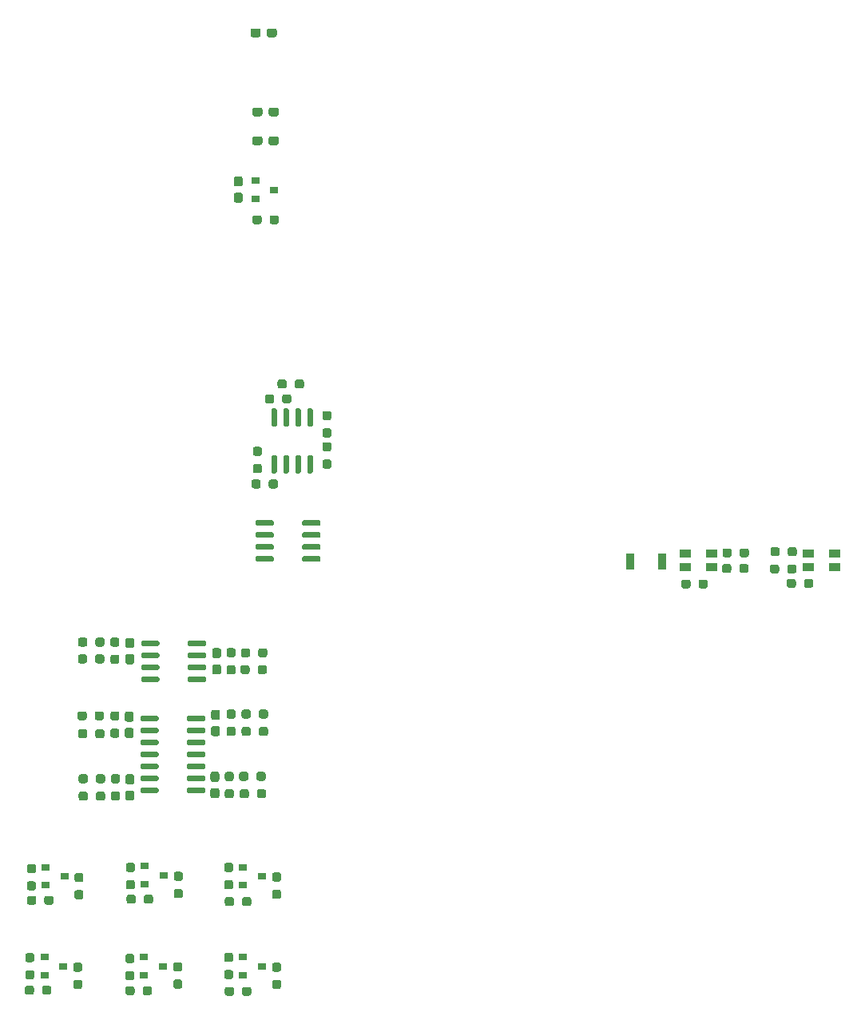
<source format=gbr>
%TF.GenerationSoftware,KiCad,Pcbnew,(5.1.6-0-10_14)*%
%TF.CreationDate,2021-03-26T18:44:24-04:00*%
%TF.ProjectId,lowstepper_hardware,6c6f7773-7465-4707-9065-725f68617264,rev?*%
%TF.SameCoordinates,Original*%
%TF.FileFunction,Paste,Top*%
%TF.FilePolarity,Positive*%
%FSLAX46Y46*%
G04 Gerber Fmt 4.6, Leading zero omitted, Abs format (unit mm)*
G04 Created by KiCad (PCBNEW (5.1.6-0-10_14)) date 2021-03-26 18:44:24*
%MOMM*%
%LPD*%
G01*
G04 APERTURE LIST*
%ADD10R,1.200000X0.900000*%
%ADD11R,0.900000X1.700000*%
%ADD12R,0.900000X0.800000*%
G04 APERTURE END LIST*
%TO.C,R49*%
G36*
G01*
X258465500Y-90344000D02*
X258465500Y-89869000D01*
G75*
G02*
X258703000Y-89631500I237500J0D01*
G01*
X259203000Y-89631500D01*
G75*
G02*
X259440500Y-89869000I0J-237500D01*
G01*
X259440500Y-90344000D01*
G75*
G02*
X259203000Y-90581500I-237500J0D01*
G01*
X258703000Y-90581500D01*
G75*
G02*
X258465500Y-90344000I0J237500D01*
G01*
G37*
G36*
G01*
X256640500Y-90344000D02*
X256640500Y-89869000D01*
G75*
G02*
X256878000Y-89631500I237500J0D01*
G01*
X257378000Y-89631500D01*
G75*
G02*
X257615500Y-89869000I0J-237500D01*
G01*
X257615500Y-90344000D01*
G75*
G02*
X257378000Y-90581500I-237500J0D01*
G01*
X256878000Y-90581500D01*
G75*
G02*
X256640500Y-90344000I0J237500D01*
G01*
G37*
%TD*%
%TO.C,R48*%
G36*
G01*
X260243500Y-91868000D02*
X260243500Y-91393000D01*
G75*
G02*
X260481000Y-91155500I237500J0D01*
G01*
X260981000Y-91155500D01*
G75*
G02*
X261218500Y-91393000I0J-237500D01*
G01*
X261218500Y-91868000D01*
G75*
G02*
X260981000Y-92105500I-237500J0D01*
G01*
X260481000Y-92105500D01*
G75*
G02*
X260243500Y-91868000I0J237500D01*
G01*
G37*
G36*
G01*
X258418500Y-91868000D02*
X258418500Y-91393000D01*
G75*
G02*
X258656000Y-91155500I237500J0D01*
G01*
X259156000Y-91155500D01*
G75*
G02*
X259393500Y-91393000I0J-237500D01*
G01*
X259393500Y-91868000D01*
G75*
G02*
X259156000Y-92105500I-237500J0D01*
G01*
X258656000Y-92105500D01*
G75*
G02*
X258418500Y-91868000I0J237500D01*
G01*
G37*
%TD*%
%TO.C,R47*%
G36*
G01*
X258512500Y-88502500D02*
X258512500Y-88027500D01*
G75*
G02*
X258750000Y-87790000I237500J0D01*
G01*
X259250000Y-87790000D01*
G75*
G02*
X259487500Y-88027500I0J-237500D01*
G01*
X259487500Y-88502500D01*
G75*
G02*
X259250000Y-88740000I-237500J0D01*
G01*
X258750000Y-88740000D01*
G75*
G02*
X258512500Y-88502500I0J237500D01*
G01*
G37*
G36*
G01*
X256687500Y-88502500D02*
X256687500Y-88027500D01*
G75*
G02*
X256925000Y-87790000I237500J0D01*
G01*
X257425000Y-87790000D01*
G75*
G02*
X257662500Y-88027500I0J-237500D01*
G01*
X257662500Y-88502500D01*
G75*
G02*
X257425000Y-88740000I-237500J0D01*
G01*
X256925000Y-88740000D01*
G75*
G02*
X256687500Y-88502500I0J237500D01*
G01*
G37*
%TD*%
%TO.C,R18*%
G36*
G01*
X248217500Y-91456500D02*
X248217500Y-91931500D01*
G75*
G02*
X247980000Y-92169000I-237500J0D01*
G01*
X247480000Y-92169000D01*
G75*
G02*
X247242500Y-91931500I0J237500D01*
G01*
X247242500Y-91456500D01*
G75*
G02*
X247480000Y-91219000I237500J0D01*
G01*
X247980000Y-91219000D01*
G75*
G02*
X248217500Y-91456500I0J-237500D01*
G01*
G37*
G36*
G01*
X250042500Y-91456500D02*
X250042500Y-91931500D01*
G75*
G02*
X249805000Y-92169000I-237500J0D01*
G01*
X249305000Y-92169000D01*
G75*
G02*
X249067500Y-91931500I0J237500D01*
G01*
X249067500Y-91456500D01*
G75*
G02*
X249305000Y-91219000I237500J0D01*
G01*
X249805000Y-91219000D01*
G75*
G02*
X250042500Y-91456500I0J-237500D01*
G01*
G37*
%TD*%
%TO.C,R17*%
G36*
G01*
X252535500Y-89805500D02*
X252535500Y-90280500D01*
G75*
G02*
X252298000Y-90518000I-237500J0D01*
G01*
X251798000Y-90518000D01*
G75*
G02*
X251560500Y-90280500I0J237500D01*
G01*
X251560500Y-89805500D01*
G75*
G02*
X251798000Y-89568000I237500J0D01*
G01*
X252298000Y-89568000D01*
G75*
G02*
X252535500Y-89805500I0J-237500D01*
G01*
G37*
G36*
G01*
X254360500Y-89805500D02*
X254360500Y-90280500D01*
G75*
G02*
X254123000Y-90518000I-237500J0D01*
G01*
X253623000Y-90518000D01*
G75*
G02*
X253385500Y-90280500I0J237500D01*
G01*
X253385500Y-89805500D01*
G75*
G02*
X253623000Y-89568000I237500J0D01*
G01*
X254123000Y-89568000D01*
G75*
G02*
X254360500Y-89805500I0J-237500D01*
G01*
G37*
%TD*%
%TO.C,R16*%
G36*
G01*
X252582500Y-88154500D02*
X252582500Y-88629500D01*
G75*
G02*
X252345000Y-88867000I-237500J0D01*
G01*
X251845000Y-88867000D01*
G75*
G02*
X251607500Y-88629500I0J237500D01*
G01*
X251607500Y-88154500D01*
G75*
G02*
X251845000Y-87917000I237500J0D01*
G01*
X252345000Y-87917000D01*
G75*
G02*
X252582500Y-88154500I0J-237500D01*
G01*
G37*
G36*
G01*
X254407500Y-88154500D02*
X254407500Y-88629500D01*
G75*
G02*
X254170000Y-88867000I-237500J0D01*
G01*
X253670000Y-88867000D01*
G75*
G02*
X253432500Y-88629500I0J237500D01*
G01*
X253432500Y-88154500D01*
G75*
G02*
X253670000Y-87917000I237500J0D01*
G01*
X254170000Y-87917000D01*
G75*
G02*
X254407500Y-88154500I0J-237500D01*
G01*
G37*
%TD*%
D10*
%TO.C,D1*%
X250444000Y-88466000D03*
X247644000Y-88466000D03*
X247644000Y-89916000D03*
X250444000Y-89916000D03*
%TD*%
%TO.C,D2*%
X263525000Y-88466000D03*
X260725000Y-88466000D03*
X260725000Y-89916000D03*
X263525000Y-89916000D03*
%TD*%
D11*
%TO.C,SW1*%
X245237000Y-89281000D03*
X241837000Y-89281000D03*
%TD*%
%TO.C,U2*%
G36*
G01*
X194832100Y-106093400D02*
X194832100Y-105793400D01*
G75*
G02*
X194982100Y-105643400I150000J0D01*
G01*
X196632100Y-105643400D01*
G75*
G02*
X196782100Y-105793400I0J-150000D01*
G01*
X196782100Y-106093400D01*
G75*
G02*
X196632100Y-106243400I-150000J0D01*
G01*
X194982100Y-106243400D01*
G75*
G02*
X194832100Y-106093400I0J150000D01*
G01*
G37*
G36*
G01*
X194832100Y-107363400D02*
X194832100Y-107063400D01*
G75*
G02*
X194982100Y-106913400I150000J0D01*
G01*
X196632100Y-106913400D01*
G75*
G02*
X196782100Y-107063400I0J-150000D01*
G01*
X196782100Y-107363400D01*
G75*
G02*
X196632100Y-107513400I-150000J0D01*
G01*
X194982100Y-107513400D01*
G75*
G02*
X194832100Y-107363400I0J150000D01*
G01*
G37*
G36*
G01*
X194832100Y-108633400D02*
X194832100Y-108333400D01*
G75*
G02*
X194982100Y-108183400I150000J0D01*
G01*
X196632100Y-108183400D01*
G75*
G02*
X196782100Y-108333400I0J-150000D01*
G01*
X196782100Y-108633400D01*
G75*
G02*
X196632100Y-108783400I-150000J0D01*
G01*
X194982100Y-108783400D01*
G75*
G02*
X194832100Y-108633400I0J150000D01*
G01*
G37*
G36*
G01*
X194832100Y-109903400D02*
X194832100Y-109603400D01*
G75*
G02*
X194982100Y-109453400I150000J0D01*
G01*
X196632100Y-109453400D01*
G75*
G02*
X196782100Y-109603400I0J-150000D01*
G01*
X196782100Y-109903400D01*
G75*
G02*
X196632100Y-110053400I-150000J0D01*
G01*
X194982100Y-110053400D01*
G75*
G02*
X194832100Y-109903400I0J150000D01*
G01*
G37*
G36*
G01*
X194832100Y-111173400D02*
X194832100Y-110873400D01*
G75*
G02*
X194982100Y-110723400I150000J0D01*
G01*
X196632100Y-110723400D01*
G75*
G02*
X196782100Y-110873400I0J-150000D01*
G01*
X196782100Y-111173400D01*
G75*
G02*
X196632100Y-111323400I-150000J0D01*
G01*
X194982100Y-111323400D01*
G75*
G02*
X194832100Y-111173400I0J150000D01*
G01*
G37*
G36*
G01*
X194832100Y-112443400D02*
X194832100Y-112143400D01*
G75*
G02*
X194982100Y-111993400I150000J0D01*
G01*
X196632100Y-111993400D01*
G75*
G02*
X196782100Y-112143400I0J-150000D01*
G01*
X196782100Y-112443400D01*
G75*
G02*
X196632100Y-112593400I-150000J0D01*
G01*
X194982100Y-112593400D01*
G75*
G02*
X194832100Y-112443400I0J150000D01*
G01*
G37*
G36*
G01*
X194832100Y-113713400D02*
X194832100Y-113413400D01*
G75*
G02*
X194982100Y-113263400I150000J0D01*
G01*
X196632100Y-113263400D01*
G75*
G02*
X196782100Y-113413400I0J-150000D01*
G01*
X196782100Y-113713400D01*
G75*
G02*
X196632100Y-113863400I-150000J0D01*
G01*
X194982100Y-113863400D01*
G75*
G02*
X194832100Y-113713400I0J150000D01*
G01*
G37*
G36*
G01*
X189882100Y-113713400D02*
X189882100Y-113413400D01*
G75*
G02*
X190032100Y-113263400I150000J0D01*
G01*
X191682100Y-113263400D01*
G75*
G02*
X191832100Y-113413400I0J-150000D01*
G01*
X191832100Y-113713400D01*
G75*
G02*
X191682100Y-113863400I-150000J0D01*
G01*
X190032100Y-113863400D01*
G75*
G02*
X189882100Y-113713400I0J150000D01*
G01*
G37*
G36*
G01*
X189882100Y-112443400D02*
X189882100Y-112143400D01*
G75*
G02*
X190032100Y-111993400I150000J0D01*
G01*
X191682100Y-111993400D01*
G75*
G02*
X191832100Y-112143400I0J-150000D01*
G01*
X191832100Y-112443400D01*
G75*
G02*
X191682100Y-112593400I-150000J0D01*
G01*
X190032100Y-112593400D01*
G75*
G02*
X189882100Y-112443400I0J150000D01*
G01*
G37*
G36*
G01*
X189882100Y-111173400D02*
X189882100Y-110873400D01*
G75*
G02*
X190032100Y-110723400I150000J0D01*
G01*
X191682100Y-110723400D01*
G75*
G02*
X191832100Y-110873400I0J-150000D01*
G01*
X191832100Y-111173400D01*
G75*
G02*
X191682100Y-111323400I-150000J0D01*
G01*
X190032100Y-111323400D01*
G75*
G02*
X189882100Y-111173400I0J150000D01*
G01*
G37*
G36*
G01*
X189882100Y-109903400D02*
X189882100Y-109603400D01*
G75*
G02*
X190032100Y-109453400I150000J0D01*
G01*
X191682100Y-109453400D01*
G75*
G02*
X191832100Y-109603400I0J-150000D01*
G01*
X191832100Y-109903400D01*
G75*
G02*
X191682100Y-110053400I-150000J0D01*
G01*
X190032100Y-110053400D01*
G75*
G02*
X189882100Y-109903400I0J150000D01*
G01*
G37*
G36*
G01*
X189882100Y-108633400D02*
X189882100Y-108333400D01*
G75*
G02*
X190032100Y-108183400I150000J0D01*
G01*
X191682100Y-108183400D01*
G75*
G02*
X191832100Y-108333400I0J-150000D01*
G01*
X191832100Y-108633400D01*
G75*
G02*
X191682100Y-108783400I-150000J0D01*
G01*
X190032100Y-108783400D01*
G75*
G02*
X189882100Y-108633400I0J150000D01*
G01*
G37*
G36*
G01*
X189882100Y-107363400D02*
X189882100Y-107063400D01*
G75*
G02*
X190032100Y-106913400I150000J0D01*
G01*
X191682100Y-106913400D01*
G75*
G02*
X191832100Y-107063400I0J-150000D01*
G01*
X191832100Y-107363400D01*
G75*
G02*
X191682100Y-107513400I-150000J0D01*
G01*
X190032100Y-107513400D01*
G75*
G02*
X189882100Y-107363400I0J150000D01*
G01*
G37*
G36*
G01*
X189882100Y-106093400D02*
X189882100Y-105793400D01*
G75*
G02*
X190032100Y-105643400I150000J0D01*
G01*
X191682100Y-105643400D01*
G75*
G02*
X191832100Y-105793400I0J-150000D01*
G01*
X191832100Y-106093400D01*
G75*
G02*
X191682100Y-106243400I-150000J0D01*
G01*
X190032100Y-106243400D01*
G75*
G02*
X189882100Y-106093400I0J150000D01*
G01*
G37*
%TD*%
%TO.C,C2*%
G36*
G01*
X188484500Y-106941500D02*
X188959500Y-106941500D01*
G75*
G02*
X189197000Y-107179000I0J-237500D01*
G01*
X189197000Y-107779000D01*
G75*
G02*
X188959500Y-108016500I-237500J0D01*
G01*
X188484500Y-108016500D01*
G75*
G02*
X188247000Y-107779000I0J237500D01*
G01*
X188247000Y-107179000D01*
G75*
G02*
X188484500Y-106941500I237500J0D01*
G01*
G37*
G36*
G01*
X188484500Y-105216500D02*
X188959500Y-105216500D01*
G75*
G02*
X189197000Y-105454000I0J-237500D01*
G01*
X189197000Y-106054000D01*
G75*
G02*
X188959500Y-106291500I-237500J0D01*
G01*
X188484500Y-106291500D01*
G75*
G02*
X188247000Y-106054000I0J237500D01*
G01*
X188247000Y-105454000D01*
G75*
G02*
X188484500Y-105216500I237500J0D01*
G01*
G37*
%TD*%
%TO.C,R5*%
G36*
G01*
X184209500Y-105426500D02*
X184209500Y-105901500D01*
G75*
G02*
X183972000Y-106139000I-237500J0D01*
G01*
X183472000Y-106139000D01*
G75*
G02*
X183234500Y-105901500I0J237500D01*
G01*
X183234500Y-105426500D01*
G75*
G02*
X183472000Y-105189000I237500J0D01*
G01*
X183972000Y-105189000D01*
G75*
G02*
X184209500Y-105426500I0J-237500D01*
G01*
G37*
G36*
G01*
X186034500Y-105426500D02*
X186034500Y-105901500D01*
G75*
G02*
X185797000Y-106139000I-237500J0D01*
G01*
X185297000Y-106139000D01*
G75*
G02*
X185059500Y-105901500I0J237500D01*
G01*
X185059500Y-105426500D01*
G75*
G02*
X185297000Y-105189000I237500J0D01*
G01*
X185797000Y-105189000D01*
G75*
G02*
X186034500Y-105426500I0J-237500D01*
G01*
G37*
%TD*%
%TO.C,R6*%
G36*
G01*
X184273000Y-107331500D02*
X184273000Y-107806500D01*
G75*
G02*
X184035500Y-108044000I-237500J0D01*
G01*
X183535500Y-108044000D01*
G75*
G02*
X183298000Y-107806500I0J237500D01*
G01*
X183298000Y-107331500D01*
G75*
G02*
X183535500Y-107094000I237500J0D01*
G01*
X184035500Y-107094000D01*
G75*
G02*
X184273000Y-107331500I0J-237500D01*
G01*
G37*
G36*
G01*
X186098000Y-107331500D02*
X186098000Y-107806500D01*
G75*
G02*
X185860500Y-108044000I-237500J0D01*
G01*
X185360500Y-108044000D01*
G75*
G02*
X185123000Y-107806500I0J237500D01*
G01*
X185123000Y-107331500D01*
G75*
G02*
X185360500Y-107094000I237500J0D01*
G01*
X185860500Y-107094000D01*
G75*
G02*
X186098000Y-107331500I0J-237500D01*
G01*
G37*
%TD*%
%TO.C,R15*%
G36*
G01*
X206268500Y-70722500D02*
X206268500Y-70247500D01*
G75*
G02*
X206506000Y-70010000I237500J0D01*
G01*
X207006000Y-70010000D01*
G75*
G02*
X207243500Y-70247500I0J-237500D01*
G01*
X207243500Y-70722500D01*
G75*
G02*
X207006000Y-70960000I-237500J0D01*
G01*
X206506000Y-70960000D01*
G75*
G02*
X206268500Y-70722500I0J237500D01*
G01*
G37*
G36*
G01*
X204443500Y-70722500D02*
X204443500Y-70247500D01*
G75*
G02*
X204681000Y-70010000I237500J0D01*
G01*
X205181000Y-70010000D01*
G75*
G02*
X205418500Y-70247500I0J-237500D01*
G01*
X205418500Y-70722500D01*
G75*
G02*
X205181000Y-70960000I-237500J0D01*
G01*
X204681000Y-70960000D01*
G75*
G02*
X204443500Y-70722500I0J237500D01*
G01*
G37*
%TD*%
%TO.C,R7*%
G36*
G01*
X183150500Y-124146500D02*
X183625500Y-124146500D01*
G75*
G02*
X183863000Y-124384000I0J-237500D01*
G01*
X183863000Y-124884000D01*
G75*
G02*
X183625500Y-125121500I-237500J0D01*
G01*
X183150500Y-125121500D01*
G75*
G02*
X182913000Y-124884000I0J237500D01*
G01*
X182913000Y-124384000D01*
G75*
G02*
X183150500Y-124146500I237500J0D01*
G01*
G37*
G36*
G01*
X183150500Y-122321500D02*
X183625500Y-122321500D01*
G75*
G02*
X183863000Y-122559000I0J-237500D01*
G01*
X183863000Y-123059000D01*
G75*
G02*
X183625500Y-123296500I-237500J0D01*
G01*
X183150500Y-123296500D01*
G75*
G02*
X182913000Y-123059000I0J237500D01*
G01*
X182913000Y-122559000D01*
G75*
G02*
X183150500Y-122321500I237500J0D01*
G01*
G37*
%TD*%
%TO.C,R4*%
G36*
G01*
X178121300Y-123210500D02*
X178596300Y-123210500D01*
G75*
G02*
X178833800Y-123448000I0J-237500D01*
G01*
X178833800Y-123948000D01*
G75*
G02*
X178596300Y-124185500I-237500J0D01*
G01*
X178121300Y-124185500D01*
G75*
G02*
X177883800Y-123948000I0J237500D01*
G01*
X177883800Y-123448000D01*
G75*
G02*
X178121300Y-123210500I237500J0D01*
G01*
G37*
G36*
G01*
X178121300Y-121385500D02*
X178596300Y-121385500D01*
G75*
G02*
X178833800Y-121623000I0J-237500D01*
G01*
X178833800Y-122123000D01*
G75*
G02*
X178596300Y-122360500I-237500J0D01*
G01*
X178121300Y-122360500D01*
G75*
G02*
X177883800Y-122123000I0J237500D01*
G01*
X177883800Y-121623000D01*
G75*
G02*
X178121300Y-121385500I237500J0D01*
G01*
G37*
%TD*%
%TO.C,R3*%
G36*
G01*
X204085000Y-71835000D02*
X204085000Y-72310000D01*
G75*
G02*
X203847500Y-72547500I-237500J0D01*
G01*
X203347500Y-72547500D01*
G75*
G02*
X203110000Y-72310000I0J237500D01*
G01*
X203110000Y-71835000D01*
G75*
G02*
X203347500Y-71597500I237500J0D01*
G01*
X203847500Y-71597500D01*
G75*
G02*
X204085000Y-71835000I0J-237500D01*
G01*
G37*
G36*
G01*
X205910000Y-71835000D02*
X205910000Y-72310000D01*
G75*
G02*
X205672500Y-72547500I-237500J0D01*
G01*
X205172500Y-72547500D01*
G75*
G02*
X204935000Y-72310000I0J237500D01*
G01*
X204935000Y-71835000D01*
G75*
G02*
X205172500Y-71597500I237500J0D01*
G01*
X205672500Y-71597500D01*
G75*
G02*
X205910000Y-71835000I0J-237500D01*
G01*
G37*
%TD*%
%TO.C,R1*%
G36*
G01*
X178859000Y-124984500D02*
X178859000Y-125459500D01*
G75*
G02*
X178621500Y-125697000I-237500J0D01*
G01*
X178121500Y-125697000D01*
G75*
G02*
X177884000Y-125459500I0J237500D01*
G01*
X177884000Y-124984500D01*
G75*
G02*
X178121500Y-124747000I237500J0D01*
G01*
X178621500Y-124747000D01*
G75*
G02*
X178859000Y-124984500I0J-237500D01*
G01*
G37*
G36*
G01*
X180684000Y-124984500D02*
X180684000Y-125459500D01*
G75*
G02*
X180446500Y-125697000I-237500J0D01*
G01*
X179946500Y-125697000D01*
G75*
G02*
X179709000Y-125459500I0J237500D01*
G01*
X179709000Y-124984500D01*
G75*
G02*
X179946500Y-124747000I237500J0D01*
G01*
X180446500Y-124747000D01*
G75*
G02*
X180684000Y-124984500I0J-237500D01*
G01*
G37*
%TD*%
D12*
%TO.C,Q6*%
X202803000Y-132207000D03*
X200803000Y-133157000D03*
X200803000Y-131257000D03*
%TD*%
%TO.C,Q5*%
X192278000Y-132207000D03*
X190278000Y-133157000D03*
X190278000Y-131257000D03*
%TD*%
%TO.C,Q4*%
X181737000Y-132207000D03*
X179737000Y-133157000D03*
X179737000Y-131257000D03*
%TD*%
%TO.C,Q3*%
X202803000Y-122682000D03*
X200803000Y-123632000D03*
X200803000Y-121732000D03*
%TD*%
%TO.C,Q2*%
X192389000Y-122555000D03*
X190389000Y-123505000D03*
X190389000Y-121605000D03*
%TD*%
%TO.C,Q1*%
X181848000Y-122682000D03*
X179848000Y-123632000D03*
X179848000Y-121732000D03*
%TD*%
%TO.C,C10*%
G36*
G01*
X197755500Y-100210500D02*
X198230500Y-100210500D01*
G75*
G02*
X198468000Y-100448000I0J-237500D01*
G01*
X198468000Y-101048000D01*
G75*
G02*
X198230500Y-101285500I-237500J0D01*
G01*
X197755500Y-101285500D01*
G75*
G02*
X197518000Y-101048000I0J237500D01*
G01*
X197518000Y-100448000D01*
G75*
G02*
X197755500Y-100210500I237500J0D01*
G01*
G37*
G36*
G01*
X197755500Y-98485500D02*
X198230500Y-98485500D01*
G75*
G02*
X198468000Y-98723000I0J-237500D01*
G01*
X198468000Y-99323000D01*
G75*
G02*
X198230500Y-99560500I-237500J0D01*
G01*
X197755500Y-99560500D01*
G75*
G02*
X197518000Y-99323000I0J237500D01*
G01*
X197518000Y-98723000D01*
G75*
G02*
X197755500Y-98485500I237500J0D01*
G01*
G37*
%TD*%
%TO.C,C9*%
G36*
G01*
X188548000Y-99131000D02*
X189023000Y-99131000D01*
G75*
G02*
X189260500Y-99368500I0J-237500D01*
G01*
X189260500Y-99968500D01*
G75*
G02*
X189023000Y-100206000I-237500J0D01*
G01*
X188548000Y-100206000D01*
G75*
G02*
X188310500Y-99968500I0J237500D01*
G01*
X188310500Y-99368500D01*
G75*
G02*
X188548000Y-99131000I237500J0D01*
G01*
G37*
G36*
G01*
X188548000Y-97406000D02*
X189023000Y-97406000D01*
G75*
G02*
X189260500Y-97643500I0J-237500D01*
G01*
X189260500Y-98243500D01*
G75*
G02*
X189023000Y-98481000I-237500J0D01*
G01*
X188548000Y-98481000D01*
G75*
G02*
X188310500Y-98243500I0J237500D01*
G01*
X188310500Y-97643500D01*
G75*
G02*
X188548000Y-97406000I237500J0D01*
G01*
G37*
%TD*%
%TO.C,C8*%
G36*
G01*
X197628500Y-106751000D02*
X198103500Y-106751000D01*
G75*
G02*
X198341000Y-106988500I0J-237500D01*
G01*
X198341000Y-107588500D01*
G75*
G02*
X198103500Y-107826000I-237500J0D01*
G01*
X197628500Y-107826000D01*
G75*
G02*
X197391000Y-107588500I0J237500D01*
G01*
X197391000Y-106988500D01*
G75*
G02*
X197628500Y-106751000I237500J0D01*
G01*
G37*
G36*
G01*
X197628500Y-105026000D02*
X198103500Y-105026000D01*
G75*
G02*
X198341000Y-105263500I0J-237500D01*
G01*
X198341000Y-105863500D01*
G75*
G02*
X198103500Y-106101000I-237500J0D01*
G01*
X197628500Y-106101000D01*
G75*
G02*
X197391000Y-105863500I0J237500D01*
G01*
X197391000Y-105263500D01*
G75*
G02*
X197628500Y-105026000I237500J0D01*
G01*
G37*
%TD*%
%TO.C,C7*%
G36*
G01*
X200516500Y-49559500D02*
X200041500Y-49559500D01*
G75*
G02*
X199804000Y-49322000I0J237500D01*
G01*
X199804000Y-48722000D01*
G75*
G02*
X200041500Y-48484500I237500J0D01*
G01*
X200516500Y-48484500D01*
G75*
G02*
X200754000Y-48722000I0J-237500D01*
G01*
X200754000Y-49322000D01*
G75*
G02*
X200516500Y-49559500I-237500J0D01*
G01*
G37*
G36*
G01*
X200516500Y-51284500D02*
X200041500Y-51284500D01*
G75*
G02*
X199804000Y-51047000I0J237500D01*
G01*
X199804000Y-50447000D01*
G75*
G02*
X200041500Y-50209500I237500J0D01*
G01*
X200516500Y-50209500D01*
G75*
G02*
X200754000Y-50447000I0J-237500D01*
G01*
X200754000Y-51047000D01*
G75*
G02*
X200516500Y-51284500I-237500J0D01*
G01*
G37*
%TD*%
%TO.C,C6*%
G36*
G01*
X202838000Y-44466500D02*
X202838000Y-44941500D01*
G75*
G02*
X202600500Y-45179000I-237500J0D01*
G01*
X202000500Y-45179000D01*
G75*
G02*
X201763000Y-44941500I0J237500D01*
G01*
X201763000Y-44466500D01*
G75*
G02*
X202000500Y-44229000I237500J0D01*
G01*
X202600500Y-44229000D01*
G75*
G02*
X202838000Y-44466500I0J-237500D01*
G01*
G37*
G36*
G01*
X204563000Y-44466500D02*
X204563000Y-44941500D01*
G75*
G02*
X204325500Y-45179000I-237500J0D01*
G01*
X203725500Y-45179000D01*
G75*
G02*
X203488000Y-44941500I0J237500D01*
G01*
X203488000Y-44466500D01*
G75*
G02*
X203725500Y-44229000I237500J0D01*
G01*
X204325500Y-44229000D01*
G75*
G02*
X204563000Y-44466500I0J-237500D01*
G01*
G37*
%TD*%
%TO.C,C5*%
G36*
G01*
X202848500Y-41418500D02*
X202848500Y-41893500D01*
G75*
G02*
X202611000Y-42131000I-237500J0D01*
G01*
X202011000Y-42131000D01*
G75*
G02*
X201773500Y-41893500I0J237500D01*
G01*
X201773500Y-41418500D01*
G75*
G02*
X202011000Y-41181000I237500J0D01*
G01*
X202611000Y-41181000D01*
G75*
G02*
X202848500Y-41418500I0J-237500D01*
G01*
G37*
G36*
G01*
X204573500Y-41418500D02*
X204573500Y-41893500D01*
G75*
G02*
X204336000Y-42131000I-237500J0D01*
G01*
X203736000Y-42131000D01*
G75*
G02*
X203498500Y-41893500I0J237500D01*
G01*
X203498500Y-41418500D01*
G75*
G02*
X203736000Y-41181000I237500J0D01*
G01*
X204336000Y-41181000D01*
G75*
G02*
X204573500Y-41418500I0J-237500D01*
G01*
G37*
%TD*%
%TO.C,C1*%
G36*
G01*
X203297500Y-33511500D02*
X203297500Y-33036500D01*
G75*
G02*
X203535000Y-32799000I237500J0D01*
G01*
X204135000Y-32799000D01*
G75*
G02*
X204372500Y-33036500I0J-237500D01*
G01*
X204372500Y-33511500D01*
G75*
G02*
X204135000Y-33749000I-237500J0D01*
G01*
X203535000Y-33749000D01*
G75*
G02*
X203297500Y-33511500I0J237500D01*
G01*
G37*
G36*
G01*
X201572500Y-33511500D02*
X201572500Y-33036500D01*
G75*
G02*
X201810000Y-32799000I237500J0D01*
G01*
X202410000Y-32799000D01*
G75*
G02*
X202647500Y-33036500I0J-237500D01*
G01*
X202647500Y-33511500D01*
G75*
G02*
X202410000Y-33749000I-237500J0D01*
G01*
X201810000Y-33749000D01*
G75*
G02*
X201572500Y-33511500I0J237500D01*
G01*
G37*
%TD*%
%TO.C,U4*%
X204089000Y-49911000D03*
X202089000Y-50861000D03*
X202089000Y-48961000D03*
%TD*%
%TO.C,U1*%
G36*
G01*
X204239000Y-75017500D02*
X203939000Y-75017500D01*
G75*
G02*
X203789000Y-74867500I0J150000D01*
G01*
X203789000Y-73217500D01*
G75*
G02*
X203939000Y-73067500I150000J0D01*
G01*
X204239000Y-73067500D01*
G75*
G02*
X204389000Y-73217500I0J-150000D01*
G01*
X204389000Y-74867500D01*
G75*
G02*
X204239000Y-75017500I-150000J0D01*
G01*
G37*
G36*
G01*
X205509000Y-75017500D02*
X205209000Y-75017500D01*
G75*
G02*
X205059000Y-74867500I0J150000D01*
G01*
X205059000Y-73217500D01*
G75*
G02*
X205209000Y-73067500I150000J0D01*
G01*
X205509000Y-73067500D01*
G75*
G02*
X205659000Y-73217500I0J-150000D01*
G01*
X205659000Y-74867500D01*
G75*
G02*
X205509000Y-75017500I-150000J0D01*
G01*
G37*
G36*
G01*
X206779000Y-75017500D02*
X206479000Y-75017500D01*
G75*
G02*
X206329000Y-74867500I0J150000D01*
G01*
X206329000Y-73217500D01*
G75*
G02*
X206479000Y-73067500I150000J0D01*
G01*
X206779000Y-73067500D01*
G75*
G02*
X206929000Y-73217500I0J-150000D01*
G01*
X206929000Y-74867500D01*
G75*
G02*
X206779000Y-75017500I-150000J0D01*
G01*
G37*
G36*
G01*
X208049000Y-75017500D02*
X207749000Y-75017500D01*
G75*
G02*
X207599000Y-74867500I0J150000D01*
G01*
X207599000Y-73217500D01*
G75*
G02*
X207749000Y-73067500I150000J0D01*
G01*
X208049000Y-73067500D01*
G75*
G02*
X208199000Y-73217500I0J-150000D01*
G01*
X208199000Y-74867500D01*
G75*
G02*
X208049000Y-75017500I-150000J0D01*
G01*
G37*
G36*
G01*
X208049000Y-79967500D02*
X207749000Y-79967500D01*
G75*
G02*
X207599000Y-79817500I0J150000D01*
G01*
X207599000Y-78167500D01*
G75*
G02*
X207749000Y-78017500I150000J0D01*
G01*
X208049000Y-78017500D01*
G75*
G02*
X208199000Y-78167500I0J-150000D01*
G01*
X208199000Y-79817500D01*
G75*
G02*
X208049000Y-79967500I-150000J0D01*
G01*
G37*
G36*
G01*
X206779000Y-79967500D02*
X206479000Y-79967500D01*
G75*
G02*
X206329000Y-79817500I0J150000D01*
G01*
X206329000Y-78167500D01*
G75*
G02*
X206479000Y-78017500I150000J0D01*
G01*
X206779000Y-78017500D01*
G75*
G02*
X206929000Y-78167500I0J-150000D01*
G01*
X206929000Y-79817500D01*
G75*
G02*
X206779000Y-79967500I-150000J0D01*
G01*
G37*
G36*
G01*
X205509000Y-79967500D02*
X205209000Y-79967500D01*
G75*
G02*
X205059000Y-79817500I0J150000D01*
G01*
X205059000Y-78167500D01*
G75*
G02*
X205209000Y-78017500I150000J0D01*
G01*
X205509000Y-78017500D01*
G75*
G02*
X205659000Y-78167500I0J-150000D01*
G01*
X205659000Y-79817500D01*
G75*
G02*
X205509000Y-79967500I-150000J0D01*
G01*
G37*
G36*
G01*
X204239000Y-79967500D02*
X203939000Y-79967500D01*
G75*
G02*
X203789000Y-79817500I0J150000D01*
G01*
X203789000Y-78167500D01*
G75*
G02*
X203939000Y-78017500I150000J0D01*
G01*
X204239000Y-78017500D01*
G75*
G02*
X204389000Y-78167500I0J-150000D01*
G01*
X204389000Y-79817500D01*
G75*
G02*
X204239000Y-79967500I-150000J0D01*
G01*
G37*
%TD*%
%TO.C,U5*%
G36*
G01*
X194921000Y-98130500D02*
X194921000Y-97830500D01*
G75*
G02*
X195071000Y-97680500I150000J0D01*
G01*
X196721000Y-97680500D01*
G75*
G02*
X196871000Y-97830500I0J-150000D01*
G01*
X196871000Y-98130500D01*
G75*
G02*
X196721000Y-98280500I-150000J0D01*
G01*
X195071000Y-98280500D01*
G75*
G02*
X194921000Y-98130500I0J150000D01*
G01*
G37*
G36*
G01*
X194921000Y-99400500D02*
X194921000Y-99100500D01*
G75*
G02*
X195071000Y-98950500I150000J0D01*
G01*
X196721000Y-98950500D01*
G75*
G02*
X196871000Y-99100500I0J-150000D01*
G01*
X196871000Y-99400500D01*
G75*
G02*
X196721000Y-99550500I-150000J0D01*
G01*
X195071000Y-99550500D01*
G75*
G02*
X194921000Y-99400500I0J150000D01*
G01*
G37*
G36*
G01*
X194921000Y-100670500D02*
X194921000Y-100370500D01*
G75*
G02*
X195071000Y-100220500I150000J0D01*
G01*
X196721000Y-100220500D01*
G75*
G02*
X196871000Y-100370500I0J-150000D01*
G01*
X196871000Y-100670500D01*
G75*
G02*
X196721000Y-100820500I-150000J0D01*
G01*
X195071000Y-100820500D01*
G75*
G02*
X194921000Y-100670500I0J150000D01*
G01*
G37*
G36*
G01*
X194921000Y-101940500D02*
X194921000Y-101640500D01*
G75*
G02*
X195071000Y-101490500I150000J0D01*
G01*
X196721000Y-101490500D01*
G75*
G02*
X196871000Y-101640500I0J-150000D01*
G01*
X196871000Y-101940500D01*
G75*
G02*
X196721000Y-102090500I-150000J0D01*
G01*
X195071000Y-102090500D01*
G75*
G02*
X194921000Y-101940500I0J150000D01*
G01*
G37*
G36*
G01*
X189971000Y-101940500D02*
X189971000Y-101640500D01*
G75*
G02*
X190121000Y-101490500I150000J0D01*
G01*
X191771000Y-101490500D01*
G75*
G02*
X191921000Y-101640500I0J-150000D01*
G01*
X191921000Y-101940500D01*
G75*
G02*
X191771000Y-102090500I-150000J0D01*
G01*
X190121000Y-102090500D01*
G75*
G02*
X189971000Y-101940500I0J150000D01*
G01*
G37*
G36*
G01*
X189971000Y-100670500D02*
X189971000Y-100370500D01*
G75*
G02*
X190121000Y-100220500I150000J0D01*
G01*
X191771000Y-100220500D01*
G75*
G02*
X191921000Y-100370500I0J-150000D01*
G01*
X191921000Y-100670500D01*
G75*
G02*
X191771000Y-100820500I-150000J0D01*
G01*
X190121000Y-100820500D01*
G75*
G02*
X189971000Y-100670500I0J150000D01*
G01*
G37*
G36*
G01*
X189971000Y-99400500D02*
X189971000Y-99100500D01*
G75*
G02*
X190121000Y-98950500I150000J0D01*
G01*
X191771000Y-98950500D01*
G75*
G02*
X191921000Y-99100500I0J-150000D01*
G01*
X191921000Y-99400500D01*
G75*
G02*
X191771000Y-99550500I-150000J0D01*
G01*
X190121000Y-99550500D01*
G75*
G02*
X189971000Y-99400500I0J150000D01*
G01*
G37*
G36*
G01*
X189971000Y-98130500D02*
X189971000Y-97830500D01*
G75*
G02*
X190121000Y-97680500I150000J0D01*
G01*
X191771000Y-97680500D01*
G75*
G02*
X191921000Y-97830500I0J-150000D01*
G01*
X191921000Y-98130500D01*
G75*
G02*
X191771000Y-98280500I-150000J0D01*
G01*
X190121000Y-98280500D01*
G75*
G02*
X189971000Y-98130500I0J150000D01*
G01*
G37*
%TD*%
%TO.C,R8*%
G36*
G01*
X186960500Y-107018000D02*
X187435500Y-107018000D01*
G75*
G02*
X187673000Y-107255500I0J-237500D01*
G01*
X187673000Y-107755500D01*
G75*
G02*
X187435500Y-107993000I-237500J0D01*
G01*
X186960500Y-107993000D01*
G75*
G02*
X186723000Y-107755500I0J237500D01*
G01*
X186723000Y-107255500D01*
G75*
G02*
X186960500Y-107018000I237500J0D01*
G01*
G37*
G36*
G01*
X186960500Y-105193000D02*
X187435500Y-105193000D01*
G75*
G02*
X187673000Y-105430500I0J-237500D01*
G01*
X187673000Y-105930500D01*
G75*
G02*
X187435500Y-106168000I-237500J0D01*
G01*
X186960500Y-106168000D01*
G75*
G02*
X186723000Y-105930500I0J237500D01*
G01*
X186723000Y-105430500D01*
G75*
G02*
X186960500Y-105193000I237500J0D01*
G01*
G37*
%TD*%
%TO.C,R11*%
G36*
G01*
X187499000Y-112819000D02*
X187024000Y-112819000D01*
G75*
G02*
X186786500Y-112581500I0J237500D01*
G01*
X186786500Y-112081500D01*
G75*
G02*
X187024000Y-111844000I237500J0D01*
G01*
X187499000Y-111844000D01*
G75*
G02*
X187736500Y-112081500I0J-237500D01*
G01*
X187736500Y-112581500D01*
G75*
G02*
X187499000Y-112819000I-237500J0D01*
G01*
G37*
G36*
G01*
X187499000Y-114644000D02*
X187024000Y-114644000D01*
G75*
G02*
X186786500Y-114406500I0J237500D01*
G01*
X186786500Y-113906500D01*
G75*
G02*
X187024000Y-113669000I237500J0D01*
G01*
X187499000Y-113669000D01*
G75*
G02*
X187736500Y-113906500I0J-237500D01*
G01*
X187736500Y-114406500D01*
G75*
G02*
X187499000Y-114644000I-237500J0D01*
G01*
G37*
%TD*%
%TO.C,R9*%
G36*
G01*
X184336500Y-113935500D02*
X184336500Y-114410500D01*
G75*
G02*
X184099000Y-114648000I-237500J0D01*
G01*
X183599000Y-114648000D01*
G75*
G02*
X183361500Y-114410500I0J237500D01*
G01*
X183361500Y-113935500D01*
G75*
G02*
X183599000Y-113698000I237500J0D01*
G01*
X184099000Y-113698000D01*
G75*
G02*
X184336500Y-113935500I0J-237500D01*
G01*
G37*
G36*
G01*
X186161500Y-113935500D02*
X186161500Y-114410500D01*
G75*
G02*
X185924000Y-114648000I-237500J0D01*
G01*
X185424000Y-114648000D01*
G75*
G02*
X185186500Y-114410500I0J237500D01*
G01*
X185186500Y-113935500D01*
G75*
G02*
X185424000Y-113698000I237500J0D01*
G01*
X185924000Y-113698000D01*
G75*
G02*
X186161500Y-113935500I0J-237500D01*
G01*
G37*
%TD*%
%TO.C,R10*%
G36*
G01*
X184336500Y-112094000D02*
X184336500Y-112569000D01*
G75*
G02*
X184099000Y-112806500I-237500J0D01*
G01*
X183599000Y-112806500D01*
G75*
G02*
X183361500Y-112569000I0J237500D01*
G01*
X183361500Y-112094000D01*
G75*
G02*
X183599000Y-111856500I237500J0D01*
G01*
X184099000Y-111856500D01*
G75*
G02*
X184336500Y-112094000I0J-237500D01*
G01*
G37*
G36*
G01*
X186161500Y-112094000D02*
X186161500Y-112569000D01*
G75*
G02*
X185924000Y-112806500I-237500J0D01*
G01*
X185424000Y-112806500D01*
G75*
G02*
X185186500Y-112569000I0J237500D01*
G01*
X185186500Y-112094000D01*
G75*
G02*
X185424000Y-111856500I237500J0D01*
G01*
X185924000Y-111856500D01*
G75*
G02*
X186161500Y-112094000I0J-237500D01*
G01*
G37*
%TD*%
%TO.C,C3*%
G36*
G01*
X189023000Y-112932500D02*
X188548000Y-112932500D01*
G75*
G02*
X188310500Y-112695000I0J237500D01*
G01*
X188310500Y-112095000D01*
G75*
G02*
X188548000Y-111857500I237500J0D01*
G01*
X189023000Y-111857500D01*
G75*
G02*
X189260500Y-112095000I0J-237500D01*
G01*
X189260500Y-112695000D01*
G75*
G02*
X189023000Y-112932500I-237500J0D01*
G01*
G37*
G36*
G01*
X189023000Y-114657500D02*
X188548000Y-114657500D01*
G75*
G02*
X188310500Y-114420000I0J237500D01*
G01*
X188310500Y-113820000D01*
G75*
G02*
X188548000Y-113582500I237500J0D01*
G01*
X189023000Y-113582500D01*
G75*
G02*
X189260500Y-113820000I0J-237500D01*
G01*
X189260500Y-114420000D01*
G75*
G02*
X189023000Y-114657500I-237500J0D01*
G01*
G37*
%TD*%
%TO.C,C4*%
G36*
G01*
X198040000Y-112668000D02*
X197565000Y-112668000D01*
G75*
G02*
X197327500Y-112430500I0J237500D01*
G01*
X197327500Y-111830500D01*
G75*
G02*
X197565000Y-111593000I237500J0D01*
G01*
X198040000Y-111593000D01*
G75*
G02*
X198277500Y-111830500I0J-237500D01*
G01*
X198277500Y-112430500D01*
G75*
G02*
X198040000Y-112668000I-237500J0D01*
G01*
G37*
G36*
G01*
X198040000Y-114393000D02*
X197565000Y-114393000D01*
G75*
G02*
X197327500Y-114155500I0J237500D01*
G01*
X197327500Y-113555500D01*
G75*
G02*
X197565000Y-113318000I237500J0D01*
G01*
X198040000Y-113318000D01*
G75*
G02*
X198277500Y-113555500I0J-237500D01*
G01*
X198277500Y-114155500D01*
G75*
G02*
X198040000Y-114393000I-237500J0D01*
G01*
G37*
%TD*%
%TO.C,R14*%
G36*
G01*
X199564000Y-112581500D02*
X199089000Y-112581500D01*
G75*
G02*
X198851500Y-112344000I0J237500D01*
G01*
X198851500Y-111844000D01*
G75*
G02*
X199089000Y-111606500I237500J0D01*
G01*
X199564000Y-111606500D01*
G75*
G02*
X199801500Y-111844000I0J-237500D01*
G01*
X199801500Y-112344000D01*
G75*
G02*
X199564000Y-112581500I-237500J0D01*
G01*
G37*
G36*
G01*
X199564000Y-114406500D02*
X199089000Y-114406500D01*
G75*
G02*
X198851500Y-114169000I0J237500D01*
G01*
X198851500Y-113669000D01*
G75*
G02*
X199089000Y-113431500I237500J0D01*
G01*
X199564000Y-113431500D01*
G75*
G02*
X199801500Y-113669000I0J-237500D01*
G01*
X199801500Y-114169000D01*
G75*
G02*
X199564000Y-114406500I-237500J0D01*
G01*
G37*
%TD*%
%TO.C,R12*%
G36*
G01*
X202251500Y-114156500D02*
X202251500Y-113681500D01*
G75*
G02*
X202489000Y-113444000I237500J0D01*
G01*
X202989000Y-113444000D01*
G75*
G02*
X203226500Y-113681500I0J-237500D01*
G01*
X203226500Y-114156500D01*
G75*
G02*
X202989000Y-114394000I-237500J0D01*
G01*
X202489000Y-114394000D01*
G75*
G02*
X202251500Y-114156500I0J237500D01*
G01*
G37*
G36*
G01*
X200426500Y-114156500D02*
X200426500Y-113681500D01*
G75*
G02*
X200664000Y-113444000I237500J0D01*
G01*
X201164000Y-113444000D01*
G75*
G02*
X201401500Y-113681500I0J-237500D01*
G01*
X201401500Y-114156500D01*
G75*
G02*
X201164000Y-114394000I-237500J0D01*
G01*
X200664000Y-114394000D01*
G75*
G02*
X200426500Y-114156500I0J237500D01*
G01*
G37*
%TD*%
%TO.C,R13*%
G36*
G01*
X202204500Y-112315000D02*
X202204500Y-111840000D01*
G75*
G02*
X202442000Y-111602500I237500J0D01*
G01*
X202942000Y-111602500D01*
G75*
G02*
X203179500Y-111840000I0J-237500D01*
G01*
X203179500Y-112315000D01*
G75*
G02*
X202942000Y-112552500I-237500J0D01*
G01*
X202442000Y-112552500D01*
G75*
G02*
X202204500Y-112315000I0J237500D01*
G01*
G37*
G36*
G01*
X200379500Y-112315000D02*
X200379500Y-111840000D01*
G75*
G02*
X200617000Y-111602500I237500J0D01*
G01*
X201117000Y-111602500D01*
G75*
G02*
X201354500Y-111840000I0J-237500D01*
G01*
X201354500Y-112315000D01*
G75*
G02*
X201117000Y-112552500I-237500J0D01*
G01*
X200617000Y-112552500D01*
G75*
G02*
X200379500Y-112315000I0J237500D01*
G01*
G37*
%TD*%
%TO.C,R2*%
G36*
G01*
X203601500Y-53323500D02*
X203601500Y-52848500D01*
G75*
G02*
X203839000Y-52611000I237500J0D01*
G01*
X204339000Y-52611000D01*
G75*
G02*
X204576500Y-52848500I0J-237500D01*
G01*
X204576500Y-53323500D01*
G75*
G02*
X204339000Y-53561000I-237500J0D01*
G01*
X203839000Y-53561000D01*
G75*
G02*
X203601500Y-53323500I0J237500D01*
G01*
G37*
G36*
G01*
X201776500Y-53323500D02*
X201776500Y-52848500D01*
G75*
G02*
X202014000Y-52611000I237500J0D01*
G01*
X202514000Y-52611000D01*
G75*
G02*
X202751500Y-52848500I0J-237500D01*
G01*
X202751500Y-53323500D01*
G75*
G02*
X202514000Y-53561000I-237500J0D01*
G01*
X202014000Y-53561000D01*
G75*
G02*
X201776500Y-53323500I0J237500D01*
G01*
G37*
%TD*%
%TO.C,U6*%
G36*
G01*
X207063700Y-85379700D02*
X207063700Y-85079700D01*
G75*
G02*
X207213700Y-84929700I150000J0D01*
G01*
X208863700Y-84929700D01*
G75*
G02*
X209013700Y-85079700I0J-150000D01*
G01*
X209013700Y-85379700D01*
G75*
G02*
X208863700Y-85529700I-150000J0D01*
G01*
X207213700Y-85529700D01*
G75*
G02*
X207063700Y-85379700I0J150000D01*
G01*
G37*
G36*
G01*
X207063700Y-86649700D02*
X207063700Y-86349700D01*
G75*
G02*
X207213700Y-86199700I150000J0D01*
G01*
X208863700Y-86199700D01*
G75*
G02*
X209013700Y-86349700I0J-150000D01*
G01*
X209013700Y-86649700D01*
G75*
G02*
X208863700Y-86799700I-150000J0D01*
G01*
X207213700Y-86799700D01*
G75*
G02*
X207063700Y-86649700I0J150000D01*
G01*
G37*
G36*
G01*
X207063700Y-87919700D02*
X207063700Y-87619700D01*
G75*
G02*
X207213700Y-87469700I150000J0D01*
G01*
X208863700Y-87469700D01*
G75*
G02*
X209013700Y-87619700I0J-150000D01*
G01*
X209013700Y-87919700D01*
G75*
G02*
X208863700Y-88069700I-150000J0D01*
G01*
X207213700Y-88069700D01*
G75*
G02*
X207063700Y-87919700I0J150000D01*
G01*
G37*
G36*
G01*
X207063700Y-89189700D02*
X207063700Y-88889700D01*
G75*
G02*
X207213700Y-88739700I150000J0D01*
G01*
X208863700Y-88739700D01*
G75*
G02*
X209013700Y-88889700I0J-150000D01*
G01*
X209013700Y-89189700D01*
G75*
G02*
X208863700Y-89339700I-150000J0D01*
G01*
X207213700Y-89339700D01*
G75*
G02*
X207063700Y-89189700I0J150000D01*
G01*
G37*
G36*
G01*
X202113700Y-89189700D02*
X202113700Y-88889700D01*
G75*
G02*
X202263700Y-88739700I150000J0D01*
G01*
X203913700Y-88739700D01*
G75*
G02*
X204063700Y-88889700I0J-150000D01*
G01*
X204063700Y-89189700D01*
G75*
G02*
X203913700Y-89339700I-150000J0D01*
G01*
X202263700Y-89339700D01*
G75*
G02*
X202113700Y-89189700I0J150000D01*
G01*
G37*
G36*
G01*
X202113700Y-87919700D02*
X202113700Y-87619700D01*
G75*
G02*
X202263700Y-87469700I150000J0D01*
G01*
X203913700Y-87469700D01*
G75*
G02*
X204063700Y-87619700I0J-150000D01*
G01*
X204063700Y-87919700D01*
G75*
G02*
X203913700Y-88069700I-150000J0D01*
G01*
X202263700Y-88069700D01*
G75*
G02*
X202113700Y-87919700I0J150000D01*
G01*
G37*
G36*
G01*
X202113700Y-86649700D02*
X202113700Y-86349700D01*
G75*
G02*
X202263700Y-86199700I150000J0D01*
G01*
X203913700Y-86199700D01*
G75*
G02*
X204063700Y-86349700I0J-150000D01*
G01*
X204063700Y-86649700D01*
G75*
G02*
X203913700Y-86799700I-150000J0D01*
G01*
X202263700Y-86799700D01*
G75*
G02*
X202113700Y-86649700I0J150000D01*
G01*
G37*
G36*
G01*
X202113700Y-85379700D02*
X202113700Y-85079700D01*
G75*
G02*
X202263700Y-84929700I150000J0D01*
G01*
X203913700Y-84929700D01*
G75*
G02*
X204063700Y-85079700I0J-150000D01*
G01*
X204063700Y-85379700D01*
G75*
G02*
X203913700Y-85529700I-150000J0D01*
G01*
X202263700Y-85529700D01*
G75*
G02*
X202113700Y-85379700I0J150000D01*
G01*
G37*
%TD*%
%TO.C,R46*%
G36*
G01*
X204105500Y-133648000D02*
X204580500Y-133648000D01*
G75*
G02*
X204818000Y-133885500I0J-237500D01*
G01*
X204818000Y-134385500D01*
G75*
G02*
X204580500Y-134623000I-237500J0D01*
G01*
X204105500Y-134623000D01*
G75*
G02*
X203868000Y-134385500I0J237500D01*
G01*
X203868000Y-133885500D01*
G75*
G02*
X204105500Y-133648000I237500J0D01*
G01*
G37*
G36*
G01*
X204105500Y-131823000D02*
X204580500Y-131823000D01*
G75*
G02*
X204818000Y-132060500I0J-237500D01*
G01*
X204818000Y-132560500D01*
G75*
G02*
X204580500Y-132798000I-237500J0D01*
G01*
X204105500Y-132798000D01*
G75*
G02*
X203868000Y-132560500I0J237500D01*
G01*
X203868000Y-132060500D01*
G75*
G02*
X204105500Y-131823000I237500J0D01*
G01*
G37*
%TD*%
%TO.C,R45*%
G36*
G01*
X199025500Y-132608500D02*
X199500500Y-132608500D01*
G75*
G02*
X199738000Y-132846000I0J-237500D01*
G01*
X199738000Y-133346000D01*
G75*
G02*
X199500500Y-133583500I-237500J0D01*
G01*
X199025500Y-133583500D01*
G75*
G02*
X198788000Y-133346000I0J237500D01*
G01*
X198788000Y-132846000D01*
G75*
G02*
X199025500Y-132608500I237500J0D01*
G01*
G37*
G36*
G01*
X199025500Y-130783500D02*
X199500500Y-130783500D01*
G75*
G02*
X199738000Y-131021000I0J-237500D01*
G01*
X199738000Y-131521000D01*
G75*
G02*
X199500500Y-131758500I-237500J0D01*
G01*
X199025500Y-131758500D01*
G75*
G02*
X198788000Y-131521000I0J237500D01*
G01*
X198788000Y-131021000D01*
G75*
G02*
X199025500Y-130783500I237500J0D01*
G01*
G37*
%TD*%
%TO.C,R44*%
G36*
G01*
X199830500Y-134636500D02*
X199830500Y-135111500D01*
G75*
G02*
X199593000Y-135349000I-237500J0D01*
G01*
X199093000Y-135349000D01*
G75*
G02*
X198855500Y-135111500I0J237500D01*
G01*
X198855500Y-134636500D01*
G75*
G02*
X199093000Y-134399000I237500J0D01*
G01*
X199593000Y-134399000D01*
G75*
G02*
X199830500Y-134636500I0J-237500D01*
G01*
G37*
G36*
G01*
X201655500Y-134636500D02*
X201655500Y-135111500D01*
G75*
G02*
X201418000Y-135349000I-237500J0D01*
G01*
X200918000Y-135349000D01*
G75*
G02*
X200680500Y-135111500I0J237500D01*
G01*
X200680500Y-134636500D01*
G75*
G02*
X200918000Y-134399000I237500J0D01*
G01*
X201418000Y-134399000D01*
G75*
G02*
X201655500Y-134636500I0J-237500D01*
G01*
G37*
%TD*%
%TO.C,R43*%
G36*
G01*
X193628000Y-133624500D02*
X194103000Y-133624500D01*
G75*
G02*
X194340500Y-133862000I0J-237500D01*
G01*
X194340500Y-134362000D01*
G75*
G02*
X194103000Y-134599500I-237500J0D01*
G01*
X193628000Y-134599500D01*
G75*
G02*
X193390500Y-134362000I0J237500D01*
G01*
X193390500Y-133862000D01*
G75*
G02*
X193628000Y-133624500I237500J0D01*
G01*
G37*
G36*
G01*
X193628000Y-131799500D02*
X194103000Y-131799500D01*
G75*
G02*
X194340500Y-132037000I0J-237500D01*
G01*
X194340500Y-132537000D01*
G75*
G02*
X194103000Y-132774500I-237500J0D01*
G01*
X193628000Y-132774500D01*
G75*
G02*
X193390500Y-132537000I0J237500D01*
G01*
X193390500Y-132037000D01*
G75*
G02*
X193628000Y-131799500I237500J0D01*
G01*
G37*
%TD*%
%TO.C,R42*%
G36*
G01*
X188548000Y-132735500D02*
X189023000Y-132735500D01*
G75*
G02*
X189260500Y-132973000I0J-237500D01*
G01*
X189260500Y-133473000D01*
G75*
G02*
X189023000Y-133710500I-237500J0D01*
G01*
X188548000Y-133710500D01*
G75*
G02*
X188310500Y-133473000I0J237500D01*
G01*
X188310500Y-132973000D01*
G75*
G02*
X188548000Y-132735500I237500J0D01*
G01*
G37*
G36*
G01*
X188548000Y-130910500D02*
X189023000Y-130910500D01*
G75*
G02*
X189260500Y-131148000I0J-237500D01*
G01*
X189260500Y-131648000D01*
G75*
G02*
X189023000Y-131885500I-237500J0D01*
G01*
X188548000Y-131885500D01*
G75*
G02*
X188310500Y-131648000I0J237500D01*
G01*
X188310500Y-131148000D01*
G75*
G02*
X188548000Y-130910500I237500J0D01*
G01*
G37*
%TD*%
%TO.C,R41*%
G36*
G01*
X189289500Y-134573000D02*
X189289500Y-135048000D01*
G75*
G02*
X189052000Y-135285500I-237500J0D01*
G01*
X188552000Y-135285500D01*
G75*
G02*
X188314500Y-135048000I0J237500D01*
G01*
X188314500Y-134573000D01*
G75*
G02*
X188552000Y-134335500I237500J0D01*
G01*
X189052000Y-134335500D01*
G75*
G02*
X189289500Y-134573000I0J-237500D01*
G01*
G37*
G36*
G01*
X191114500Y-134573000D02*
X191114500Y-135048000D01*
G75*
G02*
X190877000Y-135285500I-237500J0D01*
G01*
X190377000Y-135285500D01*
G75*
G02*
X190139500Y-135048000I0J237500D01*
G01*
X190139500Y-134573000D01*
G75*
G02*
X190377000Y-134335500I237500J0D01*
G01*
X190877000Y-134335500D01*
G75*
G02*
X191114500Y-134573000I0J-237500D01*
G01*
G37*
%TD*%
%TO.C,R40*%
G36*
G01*
X183023500Y-133648000D02*
X183498500Y-133648000D01*
G75*
G02*
X183736000Y-133885500I0J-237500D01*
G01*
X183736000Y-134385500D01*
G75*
G02*
X183498500Y-134623000I-237500J0D01*
G01*
X183023500Y-134623000D01*
G75*
G02*
X182786000Y-134385500I0J237500D01*
G01*
X182786000Y-133885500D01*
G75*
G02*
X183023500Y-133648000I237500J0D01*
G01*
G37*
G36*
G01*
X183023500Y-131823000D02*
X183498500Y-131823000D01*
G75*
G02*
X183736000Y-132060500I0J-237500D01*
G01*
X183736000Y-132560500D01*
G75*
G02*
X183498500Y-132798000I-237500J0D01*
G01*
X183023500Y-132798000D01*
G75*
G02*
X182786000Y-132560500I0J237500D01*
G01*
X182786000Y-132060500D01*
G75*
G02*
X183023500Y-131823000I237500J0D01*
G01*
G37*
%TD*%
%TO.C,R39*%
G36*
G01*
X177943500Y-132632000D02*
X178418500Y-132632000D01*
G75*
G02*
X178656000Y-132869500I0J-237500D01*
G01*
X178656000Y-133369500D01*
G75*
G02*
X178418500Y-133607000I-237500J0D01*
G01*
X177943500Y-133607000D01*
G75*
G02*
X177706000Y-133369500I0J237500D01*
G01*
X177706000Y-132869500D01*
G75*
G02*
X177943500Y-132632000I237500J0D01*
G01*
G37*
G36*
G01*
X177943500Y-130807000D02*
X178418500Y-130807000D01*
G75*
G02*
X178656000Y-131044500I0J-237500D01*
G01*
X178656000Y-131544500D01*
G75*
G02*
X178418500Y-131782000I-237500J0D01*
G01*
X177943500Y-131782000D01*
G75*
G02*
X177706000Y-131544500I0J237500D01*
G01*
X177706000Y-131044500D01*
G75*
G02*
X177943500Y-130807000I237500J0D01*
G01*
G37*
%TD*%
%TO.C,R38*%
G36*
G01*
X178621500Y-134509500D02*
X178621500Y-134984500D01*
G75*
G02*
X178384000Y-135222000I-237500J0D01*
G01*
X177884000Y-135222000D01*
G75*
G02*
X177646500Y-134984500I0J237500D01*
G01*
X177646500Y-134509500D01*
G75*
G02*
X177884000Y-134272000I237500J0D01*
G01*
X178384000Y-134272000D01*
G75*
G02*
X178621500Y-134509500I0J-237500D01*
G01*
G37*
G36*
G01*
X180446500Y-134509500D02*
X180446500Y-134984500D01*
G75*
G02*
X180209000Y-135222000I-237500J0D01*
G01*
X179709000Y-135222000D01*
G75*
G02*
X179471500Y-134984500I0J237500D01*
G01*
X179471500Y-134509500D01*
G75*
G02*
X179709000Y-134272000I237500J0D01*
G01*
X180209000Y-134272000D01*
G75*
G02*
X180446500Y-134509500I0J-237500D01*
G01*
G37*
%TD*%
%TO.C,R37*%
G36*
G01*
X204105500Y-124099500D02*
X204580500Y-124099500D01*
G75*
G02*
X204818000Y-124337000I0J-237500D01*
G01*
X204818000Y-124837000D01*
G75*
G02*
X204580500Y-125074500I-237500J0D01*
G01*
X204105500Y-125074500D01*
G75*
G02*
X203868000Y-124837000I0J237500D01*
G01*
X203868000Y-124337000D01*
G75*
G02*
X204105500Y-124099500I237500J0D01*
G01*
G37*
G36*
G01*
X204105500Y-122274500D02*
X204580500Y-122274500D01*
G75*
G02*
X204818000Y-122512000I0J-237500D01*
G01*
X204818000Y-123012000D01*
G75*
G02*
X204580500Y-123249500I-237500J0D01*
G01*
X204105500Y-123249500D01*
G75*
G02*
X203868000Y-123012000I0J237500D01*
G01*
X203868000Y-122512000D01*
G75*
G02*
X204105500Y-122274500I237500J0D01*
G01*
G37*
%TD*%
%TO.C,R36*%
G36*
G01*
X199025500Y-123083500D02*
X199500500Y-123083500D01*
G75*
G02*
X199738000Y-123321000I0J-237500D01*
G01*
X199738000Y-123821000D01*
G75*
G02*
X199500500Y-124058500I-237500J0D01*
G01*
X199025500Y-124058500D01*
G75*
G02*
X198788000Y-123821000I0J237500D01*
G01*
X198788000Y-123321000D01*
G75*
G02*
X199025500Y-123083500I237500J0D01*
G01*
G37*
G36*
G01*
X199025500Y-121258500D02*
X199500500Y-121258500D01*
G75*
G02*
X199738000Y-121496000I0J-237500D01*
G01*
X199738000Y-121996000D01*
G75*
G02*
X199500500Y-122233500I-237500J0D01*
G01*
X199025500Y-122233500D01*
G75*
G02*
X198788000Y-121996000I0J237500D01*
G01*
X198788000Y-121496000D01*
G75*
G02*
X199025500Y-121258500I237500J0D01*
G01*
G37*
%TD*%
%TO.C,R35*%
G36*
G01*
X199830500Y-125111500D02*
X199830500Y-125586500D01*
G75*
G02*
X199593000Y-125824000I-237500J0D01*
G01*
X199093000Y-125824000D01*
G75*
G02*
X198855500Y-125586500I0J237500D01*
G01*
X198855500Y-125111500D01*
G75*
G02*
X199093000Y-124874000I237500J0D01*
G01*
X199593000Y-124874000D01*
G75*
G02*
X199830500Y-125111500I0J-237500D01*
G01*
G37*
G36*
G01*
X201655500Y-125111500D02*
X201655500Y-125586500D01*
G75*
G02*
X201418000Y-125824000I-237500J0D01*
G01*
X200918000Y-125824000D01*
G75*
G02*
X200680500Y-125586500I0J237500D01*
G01*
X200680500Y-125111500D01*
G75*
G02*
X200918000Y-124874000I237500J0D01*
G01*
X201418000Y-124874000D01*
G75*
G02*
X201655500Y-125111500I0J-237500D01*
G01*
G37*
%TD*%
%TO.C,R34*%
G36*
G01*
X193691500Y-124019500D02*
X194166500Y-124019500D01*
G75*
G02*
X194404000Y-124257000I0J-237500D01*
G01*
X194404000Y-124757000D01*
G75*
G02*
X194166500Y-124994500I-237500J0D01*
G01*
X193691500Y-124994500D01*
G75*
G02*
X193454000Y-124757000I0J237500D01*
G01*
X193454000Y-124257000D01*
G75*
G02*
X193691500Y-124019500I237500J0D01*
G01*
G37*
G36*
G01*
X193691500Y-122194500D02*
X194166500Y-122194500D01*
G75*
G02*
X194404000Y-122432000I0J-237500D01*
G01*
X194404000Y-122932000D01*
G75*
G02*
X194166500Y-123169500I-237500J0D01*
G01*
X193691500Y-123169500D01*
G75*
G02*
X193454000Y-122932000I0J237500D01*
G01*
X193454000Y-122432000D01*
G75*
G02*
X193691500Y-122194500I237500J0D01*
G01*
G37*
%TD*%
%TO.C,R33*%
G36*
G01*
X188611500Y-123083500D02*
X189086500Y-123083500D01*
G75*
G02*
X189324000Y-123321000I0J-237500D01*
G01*
X189324000Y-123821000D01*
G75*
G02*
X189086500Y-124058500I-237500J0D01*
G01*
X188611500Y-124058500D01*
G75*
G02*
X188374000Y-123821000I0J237500D01*
G01*
X188374000Y-123321000D01*
G75*
G02*
X188611500Y-123083500I237500J0D01*
G01*
G37*
G36*
G01*
X188611500Y-121258500D02*
X189086500Y-121258500D01*
G75*
G02*
X189324000Y-121496000I0J-237500D01*
G01*
X189324000Y-121996000D01*
G75*
G02*
X189086500Y-122233500I-237500J0D01*
G01*
X188611500Y-122233500D01*
G75*
G02*
X188374000Y-121996000I0J237500D01*
G01*
X188374000Y-121496000D01*
G75*
G02*
X188611500Y-121258500I237500J0D01*
G01*
G37*
%TD*%
%TO.C,R32*%
G36*
G01*
X189416500Y-124857500D02*
X189416500Y-125332500D01*
G75*
G02*
X189179000Y-125570000I-237500J0D01*
G01*
X188679000Y-125570000D01*
G75*
G02*
X188441500Y-125332500I0J237500D01*
G01*
X188441500Y-124857500D01*
G75*
G02*
X188679000Y-124620000I237500J0D01*
G01*
X189179000Y-124620000D01*
G75*
G02*
X189416500Y-124857500I0J-237500D01*
G01*
G37*
G36*
G01*
X191241500Y-124857500D02*
X191241500Y-125332500D01*
G75*
G02*
X191004000Y-125570000I-237500J0D01*
G01*
X190504000Y-125570000D01*
G75*
G02*
X190266500Y-125332500I0J237500D01*
G01*
X190266500Y-124857500D01*
G75*
G02*
X190504000Y-124620000I237500J0D01*
G01*
X191004000Y-124620000D01*
G75*
G02*
X191241500Y-124857500I0J-237500D01*
G01*
G37*
%TD*%
%TO.C,R31*%
G36*
G01*
X199279500Y-100310500D02*
X199754500Y-100310500D01*
G75*
G02*
X199992000Y-100548000I0J-237500D01*
G01*
X199992000Y-101048000D01*
G75*
G02*
X199754500Y-101285500I-237500J0D01*
G01*
X199279500Y-101285500D01*
G75*
G02*
X199042000Y-101048000I0J237500D01*
G01*
X199042000Y-100548000D01*
G75*
G02*
X199279500Y-100310500I237500J0D01*
G01*
G37*
G36*
G01*
X199279500Y-98485500D02*
X199754500Y-98485500D01*
G75*
G02*
X199992000Y-98723000I0J-237500D01*
G01*
X199992000Y-99223000D01*
G75*
G02*
X199754500Y-99460500I-237500J0D01*
G01*
X199279500Y-99460500D01*
G75*
G02*
X199042000Y-99223000I0J237500D01*
G01*
X199042000Y-98723000D01*
G75*
G02*
X199279500Y-98485500I237500J0D01*
G01*
G37*
%TD*%
%TO.C,R30*%
G36*
G01*
X202331500Y-101012000D02*
X202331500Y-100537000D01*
G75*
G02*
X202569000Y-100299500I237500J0D01*
G01*
X203069000Y-100299500D01*
G75*
G02*
X203306500Y-100537000I0J-237500D01*
G01*
X203306500Y-101012000D01*
G75*
G02*
X203069000Y-101249500I-237500J0D01*
G01*
X202569000Y-101249500D01*
G75*
G02*
X202331500Y-101012000I0J237500D01*
G01*
G37*
G36*
G01*
X200506500Y-101012000D02*
X200506500Y-100537000D01*
G75*
G02*
X200744000Y-100299500I237500J0D01*
G01*
X201244000Y-100299500D01*
G75*
G02*
X201481500Y-100537000I0J-237500D01*
G01*
X201481500Y-101012000D01*
G75*
G02*
X201244000Y-101249500I-237500J0D01*
G01*
X200744000Y-101249500D01*
G75*
G02*
X200506500Y-101012000I0J237500D01*
G01*
G37*
%TD*%
%TO.C,R29*%
G36*
G01*
X202378500Y-99234000D02*
X202378500Y-98759000D01*
G75*
G02*
X202616000Y-98521500I237500J0D01*
G01*
X203116000Y-98521500D01*
G75*
G02*
X203353500Y-98759000I0J-237500D01*
G01*
X203353500Y-99234000D01*
G75*
G02*
X203116000Y-99471500I-237500J0D01*
G01*
X202616000Y-99471500D01*
G75*
G02*
X202378500Y-99234000I0J237500D01*
G01*
G37*
G36*
G01*
X200553500Y-99234000D02*
X200553500Y-98759000D01*
G75*
G02*
X200791000Y-98521500I237500J0D01*
G01*
X201291000Y-98521500D01*
G75*
G02*
X201528500Y-98759000I0J-237500D01*
G01*
X201528500Y-99234000D01*
G75*
G02*
X201291000Y-99471500I-237500J0D01*
G01*
X200791000Y-99471500D01*
G75*
G02*
X200553500Y-99234000I0J237500D01*
G01*
G37*
%TD*%
%TO.C,R28*%
G36*
G01*
X186960500Y-99191000D02*
X187435500Y-99191000D01*
G75*
G02*
X187673000Y-99428500I0J-237500D01*
G01*
X187673000Y-99928500D01*
G75*
G02*
X187435500Y-100166000I-237500J0D01*
G01*
X186960500Y-100166000D01*
G75*
G02*
X186723000Y-99928500I0J237500D01*
G01*
X186723000Y-99428500D01*
G75*
G02*
X186960500Y-99191000I237500J0D01*
G01*
G37*
G36*
G01*
X186960500Y-97366000D02*
X187435500Y-97366000D01*
G75*
G02*
X187673000Y-97603500I0J-237500D01*
G01*
X187673000Y-98103500D01*
G75*
G02*
X187435500Y-98341000I-237500J0D01*
G01*
X186960500Y-98341000D01*
G75*
G02*
X186723000Y-98103500I0J237500D01*
G01*
X186723000Y-97603500D01*
G75*
G02*
X186960500Y-97366000I237500J0D01*
G01*
G37*
%TD*%
%TO.C,R27*%
G36*
G01*
X184256500Y-99394000D02*
X184256500Y-99869000D01*
G75*
G02*
X184019000Y-100106500I-237500J0D01*
G01*
X183519000Y-100106500D01*
G75*
G02*
X183281500Y-99869000I0J237500D01*
G01*
X183281500Y-99394000D01*
G75*
G02*
X183519000Y-99156500I237500J0D01*
G01*
X184019000Y-99156500D01*
G75*
G02*
X184256500Y-99394000I0J-237500D01*
G01*
G37*
G36*
G01*
X186081500Y-99394000D02*
X186081500Y-99869000D01*
G75*
G02*
X185844000Y-100106500I-237500J0D01*
G01*
X185344000Y-100106500D01*
G75*
G02*
X185106500Y-99869000I0J237500D01*
G01*
X185106500Y-99394000D01*
G75*
G02*
X185344000Y-99156500I237500J0D01*
G01*
X185844000Y-99156500D01*
G75*
G02*
X186081500Y-99394000I0J-237500D01*
G01*
G37*
%TD*%
%TO.C,R26*%
G36*
G01*
X184273000Y-97616000D02*
X184273000Y-98091000D01*
G75*
G02*
X184035500Y-98328500I-237500J0D01*
G01*
X183535500Y-98328500D01*
G75*
G02*
X183298000Y-98091000I0J237500D01*
G01*
X183298000Y-97616000D01*
G75*
G02*
X183535500Y-97378500I237500J0D01*
G01*
X184035500Y-97378500D01*
G75*
G02*
X184273000Y-97616000I0J-237500D01*
G01*
G37*
G36*
G01*
X186098000Y-97616000D02*
X186098000Y-98091000D01*
G75*
G02*
X185860500Y-98328500I-237500J0D01*
G01*
X185360500Y-98328500D01*
G75*
G02*
X185123000Y-98091000I0J237500D01*
G01*
X185123000Y-97616000D01*
G75*
G02*
X185360500Y-97378500I237500J0D01*
G01*
X185860500Y-97378500D01*
G75*
G02*
X186098000Y-97616000I0J-237500D01*
G01*
G37*
%TD*%
%TO.C,R25*%
G36*
G01*
X199279500Y-106827500D02*
X199754500Y-106827500D01*
G75*
G02*
X199992000Y-107065000I0J-237500D01*
G01*
X199992000Y-107565000D01*
G75*
G02*
X199754500Y-107802500I-237500J0D01*
G01*
X199279500Y-107802500D01*
G75*
G02*
X199042000Y-107565000I0J237500D01*
G01*
X199042000Y-107065000D01*
G75*
G02*
X199279500Y-106827500I237500J0D01*
G01*
G37*
G36*
G01*
X199279500Y-105002500D02*
X199754500Y-105002500D01*
G75*
G02*
X199992000Y-105240000I0J-237500D01*
G01*
X199992000Y-105740000D01*
G75*
G02*
X199754500Y-105977500I-237500J0D01*
G01*
X199279500Y-105977500D01*
G75*
G02*
X199042000Y-105740000I0J237500D01*
G01*
X199042000Y-105240000D01*
G75*
G02*
X199279500Y-105002500I237500J0D01*
G01*
G37*
%TD*%
%TO.C,R24*%
G36*
G01*
X202458500Y-107552500D02*
X202458500Y-107077500D01*
G75*
G02*
X202696000Y-106840000I237500J0D01*
G01*
X203196000Y-106840000D01*
G75*
G02*
X203433500Y-107077500I0J-237500D01*
G01*
X203433500Y-107552500D01*
G75*
G02*
X203196000Y-107790000I-237500J0D01*
G01*
X202696000Y-107790000D01*
G75*
G02*
X202458500Y-107552500I0J237500D01*
G01*
G37*
G36*
G01*
X200633500Y-107552500D02*
X200633500Y-107077500D01*
G75*
G02*
X200871000Y-106840000I237500J0D01*
G01*
X201371000Y-106840000D01*
G75*
G02*
X201608500Y-107077500I0J-237500D01*
G01*
X201608500Y-107552500D01*
G75*
G02*
X201371000Y-107790000I-237500J0D01*
G01*
X200871000Y-107790000D01*
G75*
G02*
X200633500Y-107552500I0J237500D01*
G01*
G37*
%TD*%
%TO.C,R23*%
G36*
G01*
X202458500Y-105711000D02*
X202458500Y-105236000D01*
G75*
G02*
X202696000Y-104998500I237500J0D01*
G01*
X203196000Y-104998500D01*
G75*
G02*
X203433500Y-105236000I0J-237500D01*
G01*
X203433500Y-105711000D01*
G75*
G02*
X203196000Y-105948500I-237500J0D01*
G01*
X202696000Y-105948500D01*
G75*
G02*
X202458500Y-105711000I0J237500D01*
G01*
G37*
G36*
G01*
X200633500Y-105711000D02*
X200633500Y-105236000D01*
G75*
G02*
X200871000Y-104998500I237500J0D01*
G01*
X201371000Y-104998500D01*
G75*
G02*
X201608500Y-105236000I0J-237500D01*
G01*
X201608500Y-105711000D01*
G75*
G02*
X201371000Y-105948500I-237500J0D01*
G01*
X200871000Y-105948500D01*
G75*
G02*
X200633500Y-105711000I0J237500D01*
G01*
G37*
%TD*%
%TO.C,R22*%
G36*
G01*
X203498000Y-81327000D02*
X203498000Y-80852000D01*
G75*
G02*
X203735500Y-80614500I237500J0D01*
G01*
X204235500Y-80614500D01*
G75*
G02*
X204473000Y-80852000I0J-237500D01*
G01*
X204473000Y-81327000D01*
G75*
G02*
X204235500Y-81564500I-237500J0D01*
G01*
X203735500Y-81564500D01*
G75*
G02*
X203498000Y-81327000I0J237500D01*
G01*
G37*
G36*
G01*
X201673000Y-81327000D02*
X201673000Y-80852000D01*
G75*
G02*
X201910500Y-80614500I237500J0D01*
G01*
X202410500Y-80614500D01*
G75*
G02*
X202648000Y-80852000I0J-237500D01*
G01*
X202648000Y-81327000D01*
G75*
G02*
X202410500Y-81564500I-237500J0D01*
G01*
X201910500Y-81564500D01*
G75*
G02*
X201673000Y-81327000I0J237500D01*
G01*
G37*
%TD*%
%TO.C,R21*%
G36*
G01*
X209914500Y-79465000D02*
X209439500Y-79465000D01*
G75*
G02*
X209202000Y-79227500I0J237500D01*
G01*
X209202000Y-78727500D01*
G75*
G02*
X209439500Y-78490000I237500J0D01*
G01*
X209914500Y-78490000D01*
G75*
G02*
X210152000Y-78727500I0J-237500D01*
G01*
X210152000Y-79227500D01*
G75*
G02*
X209914500Y-79465000I-237500J0D01*
G01*
G37*
G36*
G01*
X209914500Y-77640000D02*
X209439500Y-77640000D01*
G75*
G02*
X209202000Y-77402500I0J237500D01*
G01*
X209202000Y-76902500D01*
G75*
G02*
X209439500Y-76665000I237500J0D01*
G01*
X209914500Y-76665000D01*
G75*
G02*
X210152000Y-76902500I0J-237500D01*
G01*
X210152000Y-77402500D01*
G75*
G02*
X209914500Y-77640000I-237500J0D01*
G01*
G37*
%TD*%
%TO.C,R20*%
G36*
G01*
X209439500Y-75188000D02*
X209914500Y-75188000D01*
G75*
G02*
X210152000Y-75425500I0J-237500D01*
G01*
X210152000Y-75925500D01*
G75*
G02*
X209914500Y-76163000I-237500J0D01*
G01*
X209439500Y-76163000D01*
G75*
G02*
X209202000Y-75925500I0J237500D01*
G01*
X209202000Y-75425500D01*
G75*
G02*
X209439500Y-75188000I237500J0D01*
G01*
G37*
G36*
G01*
X209439500Y-73363000D02*
X209914500Y-73363000D01*
G75*
G02*
X210152000Y-73600500I0J-237500D01*
G01*
X210152000Y-74100500D01*
G75*
G02*
X209914500Y-74338000I-237500J0D01*
G01*
X209439500Y-74338000D01*
G75*
G02*
X209202000Y-74100500I0J237500D01*
G01*
X209202000Y-73600500D01*
G75*
G02*
X209439500Y-73363000I237500J0D01*
G01*
G37*
%TD*%
%TO.C,R19*%
G36*
G01*
X202548500Y-78124500D02*
X202073500Y-78124500D01*
G75*
G02*
X201836000Y-77887000I0J237500D01*
G01*
X201836000Y-77387000D01*
G75*
G02*
X202073500Y-77149500I237500J0D01*
G01*
X202548500Y-77149500D01*
G75*
G02*
X202786000Y-77387000I0J-237500D01*
G01*
X202786000Y-77887000D01*
G75*
G02*
X202548500Y-78124500I-237500J0D01*
G01*
G37*
G36*
G01*
X202548500Y-79949500D02*
X202073500Y-79949500D01*
G75*
G02*
X201836000Y-79712000I0J237500D01*
G01*
X201836000Y-79212000D01*
G75*
G02*
X202073500Y-78974500I237500J0D01*
G01*
X202548500Y-78974500D01*
G75*
G02*
X202786000Y-79212000I0J-237500D01*
G01*
X202786000Y-79712000D01*
G75*
G02*
X202548500Y-79949500I-237500J0D01*
G01*
G37*
%TD*%
M02*

</source>
